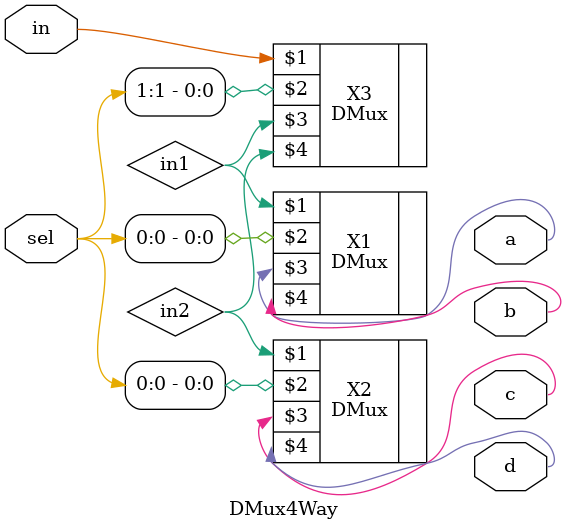
<source format=v>
`timescale 1ns / 1ps
module DMux4Way(input in,
    input [1:0] sel,
    output a,b,c,d);
    wire in1,in2;
    DMux X1(in1,sel[0],a,b);
    DMux X2(in2,sel[0],c,d);
    DMux X3(in,sel[1],in1,in2);   
endmodule
</source>
